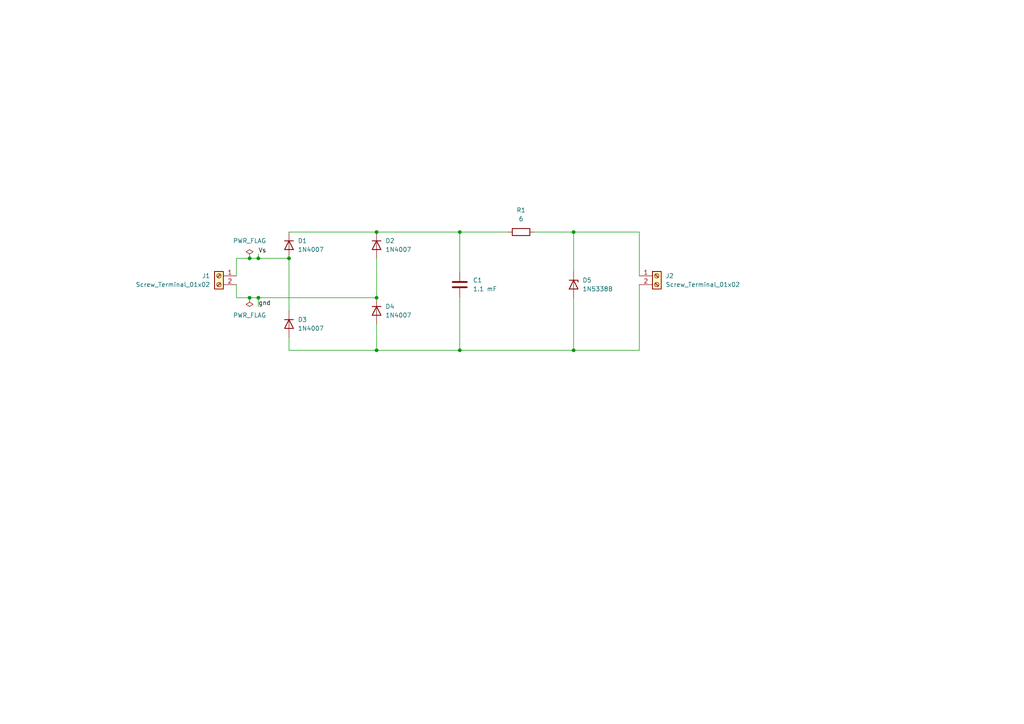
<source format=kicad_sch>
(kicad_sch (version 20231120) (generator "eeschema") (generator_version "8.0")
  (paper "A4")
  (title_block (title "EsquemaCargadorWalkieTalkie") (date "2024-11-24") (rev "0"))
  (lib_symbols
    (symbol "Connector:Screw_Terminal_01x02" (pin_names (offset 1.016) hide)
      (property "Reference" "J" (at 0 2.54 0))
      (property "Value" "Screw_Terminal_01x02" (at 0 -5.08 0))
      (symbol "Screw_Terminal_01x02_1_1"
        (rectangle (start -1.27 1.27) (end 1.27 -3.81) (stroke (width 0.254)) (fill (type background)))
        (circle (center 0 -2.54) (radius 0.635) (stroke (width 0.1524)))
        (polyline (pts (xy -0.5334 -2.2098) (xy 0.3302 -3.048)) (stroke (width 0.1524)))
        (polyline (pts (xy -0.5334 0.3302) (xy 0.3302 -0.508)) (stroke (width 0.1524)))
        (polyline (pts (xy -0.3556 -2.032) (xy 0.508 -2.8702)) (stroke (width 0.1524)))
        (polyline (pts (xy -0.3556 0.508) (xy 0.508 -0.3302)) (stroke (width 0.1524)))
        (circle (center 0 0) (radius 0.635) (stroke (width 0.1524)))
        (pin passive line (at -5.08 0 0) (length 3.81) (name "Pin_1") (number "1"))
        (pin passive line (at -5.08 -2.54 0) (length 3.81) (name "Pin_2") (number "2"))
      )
    )
    (symbol "Device:C" (pin_numbers hide) (pin_names (offset 0.254))
      (property "Reference" "C" (at 0.635 2.54 0))
      (property "Value" "C" (at 0.635 -2.54 0))
      (symbol "C_0_1"
        (polyline (pts (xy -2.032 -0.762) (xy 2.032 -0.762)) (stroke (width 0.508)))
        (polyline (pts (xy -2.032 0.762) (xy 2.032 0.762)) (stroke (width 0.508)))
      )
      (symbol "C_1_1"
        (pin passive line (at 0 3.81 270) (length 2.794) (name "~") (number "1"))
        (pin passive line (at 0 -3.81 90) (length 2.794) (name "~") (number "2"))
      )
    )
    (symbol "Device:R" (pin_numbers hide) (pin_names (offset 0))
      (property "Reference" "R" (at 2.032 0 90))
      (property "Value" "R" (at 0 0 90))
      (symbol "R_0_1"
        (rectangle (start -1.016 -2.54) (end 1.016 2.54) (stroke (width 0.254)))
      )
      (symbol "R_1_1"
        (pin passive line (at 0 3.81 270) (length 1.27) (name "~") (number "1"))
        (pin passive line (at 0 -3.81 90) (length 1.27) (name "~") (number "2"))
      )
    )
    (symbol "Diode:1N4007" (pin_numbers hide) (pin_names hide)
      (property "Reference" "D" (at 0 2.54 0))
      (property "Value" "1N4007" (at 0 -2.54 0))
      (symbol "1N4007_0_1"
        (polyline (pts (xy -1.27 1.27) (xy -1.27 -1.27)) (stroke (width 0.254)))
        (polyline (pts (xy 1.27 0) (xy -1.27 0)))
        (polyline (pts (xy 1.27 1.27) (xy 1.27 -1.27) (xy -1.27 0) (xy 1.27 1.27)) (stroke (width 0.254)))
      )
      (symbol "1N4007_1_1"
        (pin passive line (at -3.81 0 0) (length 2.54) (name "K") (number "1"))
        (pin passive line (at 3.81 0 180) (length 2.54) (name "A") (number "2"))
      )
    )
    (symbol "Diode:1N53xxB" (pin_numbers hide) (pin_names hide)
      (property "Reference" "D" (at 0 2.54 0))
      (property "Value" "1N53xxB" (at 0 -2.54 0))
      (symbol "1N53xxB_0_1"
        (polyline (pts (xy 1.27 0) (xy -1.27 0)))
        (polyline (pts (xy -1.27 -1.27) (xy -1.27 1.27) (xy -0.762 1.27)) (stroke (width 0.254)))
        (polyline (pts (xy 1.27 -1.27) (xy 1.27 1.27) (xy -1.27 0) (xy 1.27 -1.27)) (stroke (width 0.254)))
      )
      (symbol "1N53xxB_1_1"
        (pin passive line (at -3.81 0 0) (length 2.54) (name "K") (number "1"))
        (pin passive line (at 3.81 0 180) (length 2.54) (name "A") (number "2"))
      )
    )
    (symbol "power:PWR_FLAG" (power) (pin_numbers hide) (pin_names (offset 0) hide)
      (property "Value" "PWR_FLAG" (at 0 3.81 0))
      (symbol "PWR_FLAG_0_0"
        (pin power_out line (at 0 0 90) (length 0) (name "~") (number "1"))
      )
      (symbol "PWR_FLAG_0_1"
        (polyline (pts (xy 0 0) (xy 0 1.27) (xy -1.016 1.905) (xy 0 2.54) (xy 1.016 1.905) (xy 0 1.27)))
      )
    )
  )
  (junction (at 74.93 86.36))
  (junction (at 109.22 101.6))
  (junction (at 109.22 67.31))
  (junction (at 133.35 101.6))
  (junction (at 109.22 86.36))
  (junction (at 83.82 74.93))
  (junction (at 74.93 74.93))
  (junction (at 166.37 67.31))
  (junction (at 72.39 74.93))
  (junction (at 133.35 67.31))
  (junction (at 166.37 101.6))
  (junction (at 72.39 86.36))
  (wire (pts (xy 72.39 74.93) (xy 68.58 74.93)))
  (wire (pts (xy 68.58 82.55) (xy 68.58 86.36)))
  (wire (pts (xy 74.93 86.36) (xy 74.93 88.9)))
  (wire (pts (xy 74.93 86.36) (xy 109.22 86.36)))
  (wire (pts (xy 133.35 101.6) (xy 109.22 101.6)))
  (wire (pts (xy 83.82 97.79) (xy 83.82 101.6)))
  (wire (pts (xy 74.93 73.66) (xy 74.93 74.93)))
  (wire (pts (xy 166.37 101.6) (xy 133.35 101.6)))
  (wire (pts (xy 133.35 67.31) (xy 133.35 78.74)))
  (wire (pts (xy 68.58 86.36) (xy 72.39 86.36)))
  (wire (pts (xy 83.82 101.6) (xy 109.22 101.6)))
  (wire (pts (xy 83.82 67.31) (xy 109.22 67.31)))
  (wire (pts (xy 109.22 67.31) (xy 133.35 67.31)))
  (wire (pts (xy 166.37 67.31) (xy 185.42 67.31)))
  (wire (pts (xy 166.37 101.6) (xy 185.42 101.6)))
  (wire (pts (xy 133.35 86.36) (xy 133.35 101.6)))
  (wire (pts (xy 109.22 74.93) (xy 109.22 86.36)))
  (wire (pts (xy 109.22 101.6) (xy 109.22 93.98)))
  (wire (pts (xy 83.82 74.93) (xy 83.82 90.17)))
  (wire (pts (xy 133.35 67.31) (xy 147.32 67.31)))
  (wire (pts (xy 166.37 67.31) (xy 166.37 78.74)))
  (wire (pts (xy 166.37 86.36) (xy 166.37 101.6)))
  (wire (pts (xy 185.42 101.6) (xy 185.42 82.55)))
  (wire (pts (xy 154.94 67.31) (xy 166.37 67.31)))
  (wire (pts (xy 72.39 74.93) (xy 74.93 74.93)))
  (wire (pts (xy 68.58 74.93) (xy 68.58 80.01)))
  (wire (pts (xy 74.93 74.93) (xy 83.82 74.93)))
  (wire (pts (xy 185.42 67.31) (xy 185.42 80.01)))
  (wire (pts (xy 72.39 86.36) (xy 74.93 86.36)))
  (label "Vs" (at 74.93 73.66 0))
  (label "gnd" (at 74.93 88.9 0))
  (symbol (lib_id "Connector:Screw_Terminal_01x02") (at 63.5 80.01 0) (mirror y) (unit 1)
    (property "Reference" "J1" (at 60.96 80.0099 0) (effects (justify left)))
    (property "Value" "Screw_Terminal_01x02" (at 60.96 82.5499 0) (effects (justify left)))
    (property "Footprint" "TerminalBlock:TerminalBlock_bornier-2_P5.08mm" (effects (hide yes)))
    (property "Description" "Generic screw terminal, single row, 01x02, script generated (kicad-library-utils/schlib/autogen/connector/)" (effects (hide yes)))
  )
  (symbol (lib_id "Diode:1N4007") (at 83.82 71.12 270) (unit 1)
    (property "Reference" "D1" (at 86.36 69.8499 90) (effects (justify left)))
    (property "Value" "1N4007" (at 86.36 72.3899 90) (effects (justify left)))
    (property "Footprint" "Diode_THT:D_DO-41_SOD81_P10.16mm_Horizontal" (effects (hide yes)))
    (property "Datasheet" "http://www.vishay.com/docs/88503/1n4001.pdf" (effects (hide yes)))
    (property "Description" "1000V 1A General Purpose Rectifier Diode, DO-41" (effects (hide yes)))
    (property "Sim.Device" "D" (effects (hide yes)))
    (property "Sim.Pins" "1=K 2=A" (effects (hide yes)))
  )
  (symbol (lib_id "Diode:1N53xxB") (at 166.37 82.55 270) (unit 1)
    (property "Reference" "D5" (at 168.91 81.2799 90) (effects (justify left)))
    (property "Value" "1N5338B" (at 168.91 83.8199 90) (effects (justify left)))
    (property "Footprint" "Diode_THT:D_DO-201_P15.24mm_Horizontal" (effects (hide yes)))
    (property "Datasheet" "https://diotec.com/tl_files/diotec/files/pdf/datasheets/1n5345b.pdf" (effects (hide yes)))
    (property "Description" "5000mW Zener Diode, DO-201" (effects (hide yes)))
  )
  (symbol (lib_id "Connector:Screw_Terminal_01x02") (at 190.5 80.01 0) (unit 1)
    (property "Reference" "J2" (at 193.04 80.0099 0) (effects (justify left)))
    (property "Value" "Screw_Terminal_01x02" (at 193.04 82.5499 0) (effects (justify left)))
    (property "Footprint" "TerminalBlock:TerminalBlock_bornier-2_P5.08mm" (effects (hide yes)))
    (property "Description" "Generic screw terminal, single row, 01x02, script generated (kicad-library-utils/schlib/autogen/connector/)" (effects (hide yes)))
  )
  (symbol (lib_id "Diode:1N4007") (at 83.82 93.98 270) (unit 1)
    (property "Reference" "D3" (at 86.36 92.7099 90) (effects (justify left)))
    (property "Value" "1N4007" (at 86.36 95.2499 90) (effects (justify left)))
    (property "Footprint" "Diode_THT:D_DO-41_SOD81_P10.16mm_Horizontal" (effects (hide yes)))
    (property "Datasheet" "http://www.vishay.com/docs/88503/1n4001.pdf" (effects (hide yes)))
    (property "Description" "1000V 1A General Purpose Rectifier Diode, DO-41" (effects (hide yes)))
    (property "Sim.Device" "D" (effects (hide yes)))
    (property "Sim.Pins" "1=K 2=A" (effects (hide yes)))
  )
  (symbol (lib_id "Device:R") (at 151.13 67.31 90) (unit 1)
    (property "Reference" "R1" (at 151.13 60.96 90))
    (property "Value" "6" (at 151.13 63.5 90))
    (property "Footprint" "Resistor_THT:R_Axial_DIN0207_L6.3mm_D2.5mm_P7.62mm_Horizontal" (effects (hide yes)))
    (property "Description" "Resistor" (effects (hide yes)))
  )
  (symbol (lib_id "Device:C") (at 133.35 82.55 0) (unit 1)
    (property "Reference" "C1" (at 137.16 81.2799 0) (effects (justify left)))
    (property "Value" "1.1 mF" (at 137.16 83.8199 0) (effects (justify left)))
    (property "Footprint" "Capacitor_THT:CP_Axial_L18.0mm_D6.5mm_P25.00mm_Horizontal" (effects (hide yes)))
    (property "Datasheet" "https://www.vishay.com/docs/40024/135d-135j-135l.pdf" (effects (hide yes)))
    (property "Description" "Unpolarized capacitor" (effects (hide yes)))
  )
  (symbol (lib_id "Diode:1N4007") (at 109.22 90.17 270) (unit 1)
    (property "Reference" "D4" (at 111.76 88.8999 90) (effects (justify left)))
    (property "Value" "1N4007" (at 111.76 91.4399 90) (effects (justify left)))
    (property "Footprint" "Diode_THT:D_DO-41_SOD81_P10.16mm_Horizontal" (effects (hide yes)))
    (property "Datasheet" "http://www.vishay.com/docs/88503/1n4001.pdf" (effects (hide yes)))
    (property "Description" "1000V 1A General Purpose Rectifier Diode, DO-41" (effects (hide yes)))
    (property "Sim.Device" "D" (effects (hide yes)))
    (property "Sim.Pins" "1=K 2=A" (effects (hide yes)))
  )
  (symbol (lib_id "power:PWR_FLAG") (at 72.39 86.36 180) (unit 1)
    (property "Reference" "#FLG02" (effects (hide yes)))
    (property "Value" "PWR_FLAG" (at 72.39 91.44 0))
    (property "Description" "Special symbol for telling ERC where power comes from" (effects (hide yes)))
  )
  (symbol (lib_id "Diode:1N4007") (at 109.22 71.12 270) (unit 1)
    (property "Reference" "D2" (at 111.76 69.8499 90) (effects (justify left)))
    (property "Value" "1N4007" (at 111.76 72.3899 90) (effects (justify left)))
    (property "Footprint" "Diode_THT:D_DO-41_SOD81_P10.16mm_Horizontal" (effects (hide yes)))
    (property "Datasheet" "http://www.vishay.com/docs/88503/1n4001.pdf" (effects (hide yes)))
    (property "Description" "1000V 1A General Purpose Rectifier Diode, DO-41" (effects (hide yes)))
    (property "Sim.Device" "D" (effects (hide yes)))
    (property "Sim.Pins" "1=K 2=A" (effects (hide yes)))
  )
  (symbol (lib_id "power:PWR_FLAG") (at 72.39 74.93 0) (unit 1)
    (property "Reference" "#FLG01" (effects (hide yes)))
    (property "Value" "PWR_FLAG" (at 72.39 69.85 0))
    (property "Description" "Special symbol for telling ERC where power comes from" (effects (hide yes)))
  )
)
</source>
